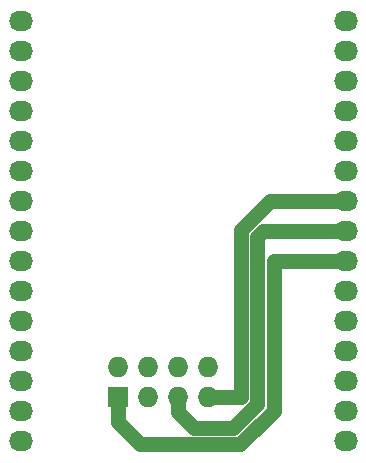
<source format=gbl>
G04 #@! TF.GenerationSoftware,KiCad,Pcbnew,(5.0.0-rc2-dev-482-gf81c77cd4)*
G04 #@! TF.CreationDate,2018-08-02T20:03:37+02:00*
G04 #@! TF.ProjectId,ha_plattform,68615F706C617474666F726D2E6B6963,rev?*
G04 #@! TF.SameCoordinates,Original*
G04 #@! TF.FileFunction,Copper,L2,Bot,Signal*
G04 #@! TF.FilePolarity,Positive*
%FSLAX46Y46*%
G04 Gerber Fmt 4.6, Leading zero omitted, Abs format (unit mm)*
G04 Created by KiCad (PCBNEW (5.0.0-rc2-dev-482-gf81c77cd4)) date Thu Aug  2 20:03:37 2018*
%MOMM*%
%LPD*%
G01*
G04 APERTURE LIST*
%ADD10O,2.032000X1.727200*%
%ADD11O,1.727200X1.727200*%
%ADD12R,1.727200X1.727200*%
%ADD13C,1.270000*%
G04 APERTURE END LIST*
D10*
X49297800Y-66136600D03*
X49297800Y-63596600D03*
X49297800Y-61056600D03*
X49297800Y-58516600D03*
X49297800Y-55976600D03*
X49297800Y-53436600D03*
X49297800Y-50896600D03*
X49297800Y-48356600D03*
X49297800Y-45816600D03*
X49297800Y-43276600D03*
X49297800Y-40736600D03*
X49297800Y-38196600D03*
X49297800Y-35656600D03*
X49297800Y-33116600D03*
X49297800Y-30576600D03*
X21776900Y-30576600D03*
X21776900Y-33116600D03*
X21776900Y-35656600D03*
X21776900Y-38196600D03*
X21776900Y-40736600D03*
X21776900Y-43276600D03*
X21776900Y-45816600D03*
X21776900Y-48356600D03*
X21776900Y-50896600D03*
X21776900Y-53436600D03*
X21776900Y-55976600D03*
X21776900Y-58516600D03*
X21776900Y-61056600D03*
X21776900Y-63596600D03*
X21776900Y-66136600D03*
D11*
X37634000Y-62396000D03*
X37634000Y-59856000D03*
X35094000Y-62396000D03*
X35094000Y-59856000D03*
X32554000Y-62396000D03*
X32554000Y-59856000D03*
D12*
X30014000Y-62396000D03*
D11*
X30014000Y-59856000D03*
D13*
X30014000Y-64529600D02*
X31881410Y-66397010D01*
X30014000Y-62396000D02*
X30014000Y-64529600D01*
X40344331Y-66397009D02*
X43188020Y-63553320D01*
X43191420Y-50896600D02*
X49297800Y-50896600D01*
X43188020Y-63553320D02*
X43188020Y-50900000D01*
X43188020Y-50900000D02*
X43191420Y-50896600D01*
X31881410Y-66397010D02*
X40344331Y-66397009D01*
X42853400Y-45816600D02*
X49297800Y-45816600D01*
X40394000Y-48276000D02*
X42853400Y-45816600D01*
X37634000Y-62396000D02*
X40394000Y-62396000D01*
X40394000Y-62396000D02*
X40394000Y-48276000D01*
X42289070Y-48356600D02*
X49297800Y-48356600D01*
X36476686Y-65000000D02*
X39765670Y-65000000D01*
X35094000Y-62396000D02*
X35094000Y-63617314D01*
X35094000Y-63617314D02*
X36476686Y-65000000D01*
X41791010Y-62974660D02*
X41791010Y-48854660D01*
X39765670Y-65000000D02*
X41791010Y-62974660D01*
X41791010Y-48854660D02*
X42289070Y-48356600D01*
M02*

</source>
